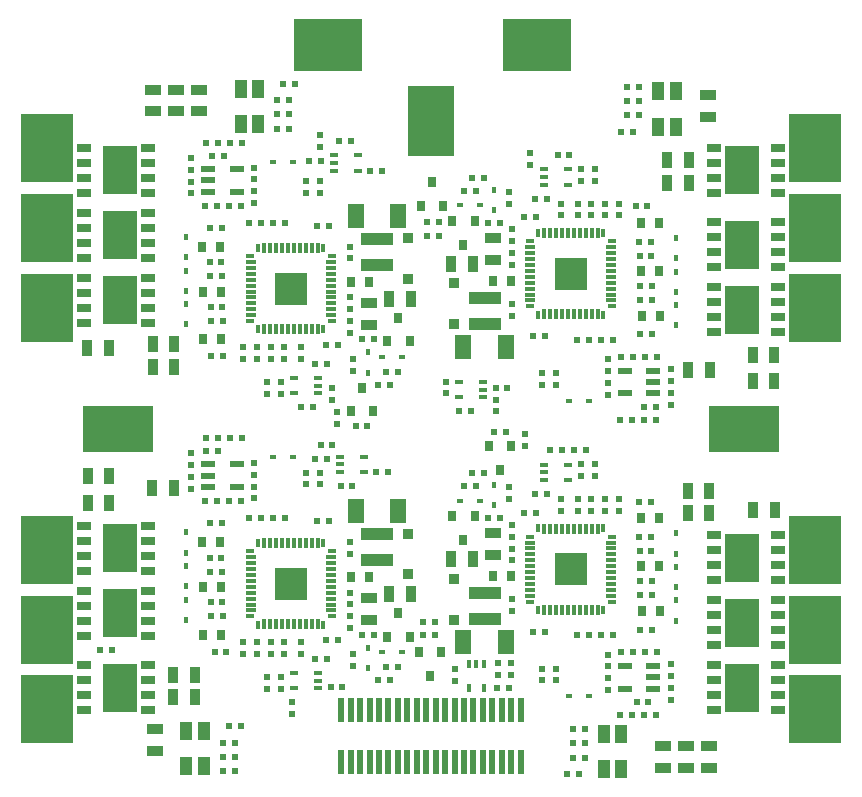
<source format=gtp>
G04*
G04 #@! TF.GenerationSoftware,Altium Limited,Altium Designer,19.1.7 (138)*
G04*
G04 Layer_Color=8421504*
%FSLAX44Y44*%
%MOMM*%
G71*
G01*
G75*
%ADD17R,2.8876X4.0894*%
%ADD18R,0.5000X0.6000*%
%ADD19R,2.8000X2.8000*%
%ADD20R,0.3000X0.8000*%
%ADD21R,0.3000X0.8500*%
%ADD22R,0.8000X0.3000*%
%ADD23R,0.8500X0.3000*%
%ADD24R,0.6000X0.5000*%
%ADD25R,0.6477X0.3000*%
%ADD26R,0.3000X0.6477*%
%ADD27R,0.5000X2.0000*%
%ADD28R,0.4008X0.6048*%
%ADD29R,4.5000X5.7500*%
%ADD30R,5.7500X4.5000*%
%ADD31R,1.2000X0.5588*%
%ADD32R,0.6048X0.4008*%
%ADD33R,6.0000X4.0000*%
%ADD34R,4.0000X6.0000*%
%ADD35R,0.8000X0.9000*%
%ADD36R,1.1500X0.6500*%
%ADD37R,2.6924X0.9906*%
%ADD38R,1.1000X1.5000*%
%ADD39R,0.9500X0.9000*%
%ADD40R,0.8000X0.9500*%
%ADD41R,1.4000X2.0000*%
%ADD42R,1.4000X0.9500*%
%ADD43R,0.9500X1.4000*%
D17*
X-263476Y-101000D02*
D03*
X263222Y-218999D02*
D03*
X263224Y100999D02*
D03*
X-263476Y219001D02*
D03*
X-263476Y-219001D02*
D03*
X263222Y-109001D02*
D03*
X263221Y218999D02*
D03*
X-263476Y108997D02*
D03*
X-263476Y-155998D02*
D03*
X263222Y-164000D02*
D03*
X263223Y155998D02*
D03*
X-263476Y164000D02*
D03*
D18*
X-270000Y-187500D02*
D03*
X-280000D02*
D03*
X-36322Y-36576D02*
D03*
X-46322D02*
D03*
X-93500Y-14000D02*
D03*
X-83500D02*
D03*
X-77500Y243750D02*
D03*
X-67500D02*
D03*
X33750Y15000D02*
D03*
X23750D02*
D03*
X66294Y-219202D02*
D03*
X56294D02*
D03*
X-76454Y-48006D02*
D03*
X-66454D02*
D03*
X-93250Y227000D02*
D03*
X-103250D02*
D03*
X54750Y35000D02*
D03*
X64750D02*
D03*
X-87790Y-25146D02*
D03*
X-97790D02*
D03*
X-41750Y218500D02*
D03*
X-51750D02*
D03*
X-100000Y18500D02*
D03*
X-110000D02*
D03*
X131238Y-18034D02*
D03*
X121238D02*
D03*
X107250Y231499D02*
D03*
X117250D02*
D03*
X-160250Y242250D02*
D03*
X-170250D02*
D03*
X-171002Y-251574D02*
D03*
X-161002D02*
D03*
X125000Y-292346D02*
D03*
X115000D02*
D03*
X171002Y251573D02*
D03*
X161002D02*
D03*
X-125000Y292346D02*
D03*
X-115000D02*
D03*
X-190252Y-7836D02*
D03*
X-180252D02*
D03*
X-170250Y-7750D02*
D03*
X-160250D02*
D03*
X170250Y7749D02*
D03*
X160250D02*
D03*
X190252Y7835D02*
D03*
X180252D02*
D03*
X190252Y18824D02*
D03*
X180252D02*
D03*
X160752Y61095D02*
D03*
X170752D02*
D03*
X181502D02*
D03*
X191502D02*
D03*
X170250Y-242250D02*
D03*
X160250D02*
D03*
X190252Y-242164D02*
D03*
X180252D02*
D03*
X184156Y-231175D02*
D03*
X174156D02*
D03*
X160752Y-188904D02*
D03*
X170752D02*
D03*
X181502D02*
D03*
X191502D02*
D03*
X-190252Y-18825D02*
D03*
X-180252D02*
D03*
X-160752Y-61096D02*
D03*
X-170752D02*
D03*
X-181502D02*
D03*
X-191502D02*
D03*
X-190252Y242164D02*
D03*
X-180252D02*
D03*
X-181502Y188904D02*
D03*
X-191502D02*
D03*
X-160752D02*
D03*
X-170752D02*
D03*
X-185252Y231175D02*
D03*
X-175252D02*
D03*
X-123970Y-75498D02*
D03*
X-133970D02*
D03*
X123970Y-174502D02*
D03*
X133970D02*
D03*
X123971Y75497D02*
D03*
X133971D02*
D03*
X-123970Y174502D02*
D03*
X-133970D02*
D03*
X-87976Y-194872D02*
D03*
X-97976D02*
D03*
X87976Y-55128D02*
D03*
X97976D02*
D03*
X87976Y194871D02*
D03*
X97976D02*
D03*
X-87976Y55128D02*
D03*
X-97976D02*
D03*
X-176250Y-289824D02*
D03*
X-166250D02*
D03*
X130248Y-254096D02*
D03*
X120248D02*
D03*
X176250Y289823D02*
D03*
X166250D02*
D03*
X-130248Y254097D02*
D03*
X-120248D02*
D03*
X-176250Y-277699D02*
D03*
X-166250D02*
D03*
X130248Y-266221D02*
D03*
X120248D02*
D03*
X176250Y277698D02*
D03*
X166250D02*
D03*
X-130248Y266222D02*
D03*
X-120248D02*
D03*
X-84930Y-218440D02*
D03*
X-74930D02*
D03*
X100858Y-17920D02*
D03*
X110858D02*
D03*
X-176250Y-265574D02*
D03*
X-166250D02*
D03*
X130248Y-278346D02*
D03*
X120248D02*
D03*
X176250Y265573D02*
D03*
X166250D02*
D03*
X-130248Y278346D02*
D03*
X-120248D02*
D03*
X-143769Y-75498D02*
D03*
X-153769D02*
D03*
X143769Y-174502D02*
D03*
X153769D02*
D03*
X143770Y75497D02*
D03*
X153770D02*
D03*
X-143769Y174502D02*
D03*
X-153769D02*
D03*
X3436Y-163322D02*
D03*
X-6564D02*
D03*
X63750Y-2500D02*
D03*
X53750D02*
D03*
X-3436Y163321D02*
D03*
X6564D02*
D03*
X-63750Y2500D02*
D03*
X-53750D02*
D03*
X-177357Y-108939D02*
D03*
X-187357D02*
D03*
X177357Y-141061D02*
D03*
X187357D02*
D03*
X177357Y108938D02*
D03*
X187357D02*
D03*
X-177357Y141061D02*
D03*
X-187357D02*
D03*
X-176599Y-146562D02*
D03*
X-186599D02*
D03*
X176599Y-103438D02*
D03*
X186599D02*
D03*
X176600Y146561D02*
D03*
X186600D02*
D03*
X-176599Y103438D02*
D03*
X-186599D02*
D03*
X-173228Y-188722D02*
D03*
X-183228D02*
D03*
X176119Y-61895D02*
D03*
X186119D02*
D03*
X173228Y188721D02*
D03*
X183228D02*
D03*
X-176119Y61895D02*
D03*
X-186119D02*
D03*
X3516Y-174752D02*
D03*
X-6484D02*
D03*
X-3516Y174751D02*
D03*
X6484D02*
D03*
X-177252Y-80096D02*
D03*
X-187252D02*
D03*
X177252Y-169904D02*
D03*
X187252D02*
D03*
X177252Y80096D02*
D03*
X187252D02*
D03*
X-177252Y169904D02*
D03*
X-187252D02*
D03*
X-177180Y-120783D02*
D03*
X-187180D02*
D03*
X177180Y-129217D02*
D03*
X187180D02*
D03*
X177180Y120782D02*
D03*
X187180D02*
D03*
X-177180Y129217D02*
D03*
X-187180D02*
D03*
X-176473Y-158406D02*
D03*
X-186473D02*
D03*
X176473Y-91594D02*
D03*
X186473D02*
D03*
X176473Y158406D02*
D03*
X186473D02*
D03*
X-176473Y91594D02*
D03*
X-186473D02*
D03*
X-58250Y-174488D02*
D03*
X-48250D02*
D03*
X58250Y-75766D02*
D03*
X48250D02*
D03*
X58250Y174487D02*
D03*
X48250D02*
D03*
X-58250Y75766D02*
D03*
X-48250D02*
D03*
X-35000Y-212750D02*
D03*
X-45000D02*
D03*
X35000Y-37250D02*
D03*
X45000D02*
D03*
X35000Y212749D02*
D03*
X45000D02*
D03*
X-35000Y37250D02*
D03*
X-45000D02*
D03*
X-27884Y-201477D02*
D03*
X-37884D02*
D03*
X27884Y-48523D02*
D03*
X37884D02*
D03*
X27884Y201476D02*
D03*
X37884D02*
D03*
X-27884Y48523D02*
D03*
X-37884D02*
D03*
X-86252Y-78346D02*
D03*
X-96252D02*
D03*
X86252Y-171654D02*
D03*
X96252D02*
D03*
X86252Y78345D02*
D03*
X96252D02*
D03*
X-86252Y171654D02*
D03*
X-96252D02*
D03*
X-88752Y-179096D02*
D03*
X-78752D02*
D03*
X88752Y-70904D02*
D03*
X78752D02*
D03*
X88752Y179095D02*
D03*
X78752D02*
D03*
X-88752Y70904D02*
D03*
X-78752D02*
D03*
D19*
X-118523Y-131220D02*
D03*
X118523Y-118779D02*
D03*
X118523Y131220D02*
D03*
X-118523Y118780D02*
D03*
D20*
X-91023Y-165720D02*
D03*
X-146023D02*
D03*
Y-96720D02*
D03*
X-91023D02*
D03*
X91023Y-84279D02*
D03*
X146023D02*
D03*
Y-153280D02*
D03*
X91023D02*
D03*
X91023Y165720D02*
D03*
X146023D02*
D03*
Y96720D02*
D03*
X91023D02*
D03*
X-91023Y84280D02*
D03*
X-146023D02*
D03*
Y153280D02*
D03*
X-91023D02*
D03*
D21*
X-96023Y-165470D02*
D03*
X-101023D02*
D03*
X-106023D02*
D03*
X-111023D02*
D03*
X-116023D02*
D03*
X-121023D02*
D03*
X-126023D02*
D03*
X-131023D02*
D03*
X-136023D02*
D03*
X-141023D02*
D03*
Y-96970D02*
D03*
X-136023D02*
D03*
X-131023D02*
D03*
X-126023D02*
D03*
X-121023D02*
D03*
X-116023D02*
D03*
X-111023D02*
D03*
X-106023D02*
D03*
X-101023D02*
D03*
X-96023D02*
D03*
X96023Y-84529D02*
D03*
X101023D02*
D03*
X106023D02*
D03*
X111023D02*
D03*
X116023D02*
D03*
X121023D02*
D03*
X126023D02*
D03*
X131023D02*
D03*
X136023D02*
D03*
X141023D02*
D03*
Y-153029D02*
D03*
X136023D02*
D03*
X131023D02*
D03*
X126023D02*
D03*
X121023D02*
D03*
X116023D02*
D03*
X111023D02*
D03*
X106023D02*
D03*
X101023D02*
D03*
X96023D02*
D03*
X96023Y165470D02*
D03*
X101023D02*
D03*
X106023D02*
D03*
X111023D02*
D03*
X116023D02*
D03*
X121023D02*
D03*
X126023D02*
D03*
X131023D02*
D03*
X136023D02*
D03*
X141023D02*
D03*
Y96970D02*
D03*
X136023D02*
D03*
X131023D02*
D03*
X126023D02*
D03*
X121023D02*
D03*
X116023D02*
D03*
X111023D02*
D03*
X106023D02*
D03*
X101023D02*
D03*
X96023D02*
D03*
X-96023Y84530D02*
D03*
X-101023D02*
D03*
X-106023D02*
D03*
X-111023D02*
D03*
X-116023D02*
D03*
X-121023D02*
D03*
X-126023D02*
D03*
X-131023D02*
D03*
X-136023D02*
D03*
X-141023D02*
D03*
Y153030D02*
D03*
X-136023D02*
D03*
X-131023D02*
D03*
X-126023D02*
D03*
X-121023D02*
D03*
X-116023D02*
D03*
X-111023D02*
D03*
X-106023D02*
D03*
X-101023D02*
D03*
X-96023D02*
D03*
D22*
X-153023Y-158720D02*
D03*
Y-103720D02*
D03*
X-84023D02*
D03*
Y-158720D02*
D03*
X153023Y-91279D02*
D03*
Y-146279D02*
D03*
X84023D02*
D03*
Y-91279D02*
D03*
X153023Y158720D02*
D03*
Y103720D02*
D03*
X84023D02*
D03*
Y158720D02*
D03*
X-153023Y91280D02*
D03*
Y146280D02*
D03*
X-84023D02*
D03*
Y91280D02*
D03*
D23*
X-152773Y-153720D02*
D03*
Y-148720D02*
D03*
Y-143720D02*
D03*
Y-138720D02*
D03*
Y-133720D02*
D03*
Y-128720D02*
D03*
Y-123720D02*
D03*
Y-118720D02*
D03*
Y-113720D02*
D03*
Y-108720D02*
D03*
X-84273D02*
D03*
Y-113720D02*
D03*
Y-118720D02*
D03*
Y-123720D02*
D03*
Y-128720D02*
D03*
Y-133720D02*
D03*
Y-138720D02*
D03*
Y-143720D02*
D03*
Y-148720D02*
D03*
Y-153720D02*
D03*
X152773Y-96279D02*
D03*
Y-101280D02*
D03*
Y-106279D02*
D03*
Y-111279D02*
D03*
Y-116279D02*
D03*
Y-121279D02*
D03*
Y-126280D02*
D03*
Y-131279D02*
D03*
Y-136279D02*
D03*
Y-141279D02*
D03*
X84273D02*
D03*
Y-136279D02*
D03*
Y-131279D02*
D03*
Y-126280D02*
D03*
Y-121279D02*
D03*
Y-116279D02*
D03*
Y-111279D02*
D03*
Y-106279D02*
D03*
Y-101280D02*
D03*
Y-96279D02*
D03*
X152773Y153720D02*
D03*
Y148720D02*
D03*
Y143720D02*
D03*
Y138720D02*
D03*
Y133720D02*
D03*
Y128720D02*
D03*
Y123720D02*
D03*
Y118720D02*
D03*
Y113720D02*
D03*
Y108720D02*
D03*
X84273D02*
D03*
Y113720D02*
D03*
Y118720D02*
D03*
Y123720D02*
D03*
Y128720D02*
D03*
Y133720D02*
D03*
Y138720D02*
D03*
Y143720D02*
D03*
Y148720D02*
D03*
Y153720D02*
D03*
X-152773Y96280D02*
D03*
Y101280D02*
D03*
Y106280D02*
D03*
Y111280D02*
D03*
Y116280D02*
D03*
Y121280D02*
D03*
Y126280D02*
D03*
Y131280D02*
D03*
Y136280D02*
D03*
Y141280D02*
D03*
X-84273D02*
D03*
Y136280D02*
D03*
Y131280D02*
D03*
Y126280D02*
D03*
Y121280D02*
D03*
Y116280D02*
D03*
Y111280D02*
D03*
Y106280D02*
D03*
Y101280D02*
D03*
Y96280D02*
D03*
D24*
X-94000Y238500D02*
D03*
Y248500D02*
D03*
X55250Y24750D02*
D03*
Y14750D02*
D03*
X56896Y-198454D02*
D03*
Y-208454D02*
D03*
X68072Y-208534D02*
D03*
Y-198534D02*
D03*
X12500Y30000D02*
D03*
Y40000D02*
D03*
X20066Y-213200D02*
D03*
Y-203200D02*
D03*
X-117250Y-241500D02*
D03*
Y-231500D02*
D03*
X150002Y38845D02*
D03*
Y28845D02*
D03*
Y58846D02*
D03*
Y48845D02*
D03*
X203002Y20596D02*
D03*
Y30596D02*
D03*
Y40595D02*
D03*
Y50595D02*
D03*
X150002Y-211154D02*
D03*
Y-221154D02*
D03*
Y-191154D02*
D03*
Y-201154D02*
D03*
X203002Y-229404D02*
D03*
Y-219404D02*
D03*
Y-209404D02*
D03*
Y-199404D02*
D03*
X-150002Y-38846D02*
D03*
Y-28846D02*
D03*
Y-58846D02*
D03*
Y-48846D02*
D03*
X-203002Y-20596D02*
D03*
Y-30596D02*
D03*
Y-40596D02*
D03*
Y-50596D02*
D03*
Y209404D02*
D03*
Y199404D02*
D03*
X-150002Y191154D02*
D03*
Y201154D02*
D03*
X-203002Y229404D02*
D03*
Y219404D02*
D03*
X-150002Y211154D02*
D03*
Y221154D02*
D03*
X-68502Y-158846D02*
D03*
Y-168846D02*
D03*
X68502Y-91154D02*
D03*
Y-81154D02*
D03*
X68502Y158846D02*
D03*
Y168846D02*
D03*
X-68502Y91154D02*
D03*
Y81154D02*
D03*
X84074Y223172D02*
D03*
Y233172D02*
D03*
X-83750Y34750D02*
D03*
Y24750D02*
D03*
X-139132Y-220274D02*
D03*
Y-210274D02*
D03*
X139132Y-29726D02*
D03*
Y-39726D02*
D03*
X139132Y220273D02*
D03*
Y210273D02*
D03*
X-139132Y29726D02*
D03*
Y39726D02*
D03*
X-105500Y-47000D02*
D03*
Y-37000D02*
D03*
X105500Y-203000D02*
D03*
Y-213000D02*
D03*
X105500Y46999D02*
D03*
Y36999D02*
D03*
X-105500Y199500D02*
D03*
Y209500D02*
D03*
X-127194Y-220274D02*
D03*
Y-210274D02*
D03*
X127194Y-29726D02*
D03*
Y-39726D02*
D03*
X127194Y220273D02*
D03*
Y210273D02*
D03*
X-127194Y29726D02*
D03*
Y39726D02*
D03*
X-93750Y-37000D02*
D03*
Y-47000D02*
D03*
X93750Y-213000D02*
D03*
Y-203000D02*
D03*
X93750Y36999D02*
D03*
Y46999D02*
D03*
X-93750Y209500D02*
D03*
Y199500D02*
D03*
X-135751Y-190710D02*
D03*
Y-180710D02*
D03*
X135751Y-59290D02*
D03*
Y-69290D02*
D03*
X135751Y190709D02*
D03*
Y180709D02*
D03*
X-135751Y59290D02*
D03*
Y69290D02*
D03*
X-124233Y-190710D02*
D03*
Y-180710D02*
D03*
X124233Y-59290D02*
D03*
Y-69290D02*
D03*
X124233Y190709D02*
D03*
Y180709D02*
D03*
X-124233Y59290D02*
D03*
Y69290D02*
D03*
X-158786Y-190710D02*
D03*
Y-180710D02*
D03*
X158786Y-59290D02*
D03*
Y-69290D02*
D03*
X158786Y190709D02*
D03*
Y180709D02*
D03*
X-158786Y59290D02*
D03*
Y69290D02*
D03*
X-147268Y-190710D02*
D03*
Y-180710D02*
D03*
X147268Y-59290D02*
D03*
Y-69290D02*
D03*
X147269Y190709D02*
D03*
Y180709D02*
D03*
X-147268Y59290D02*
D03*
Y69290D02*
D03*
X-110175Y-190710D02*
D03*
Y-180710D02*
D03*
X110175Y-59290D02*
D03*
Y-69290D02*
D03*
X110176Y190709D02*
D03*
Y180709D02*
D03*
X-110175Y59290D02*
D03*
Y69290D02*
D03*
X79750Y-14250D02*
D03*
Y-4250D02*
D03*
X-79750Y14250D02*
D03*
Y4250D02*
D03*
X-68752Y-105596D02*
D03*
Y-95596D02*
D03*
X68752Y-144404D02*
D03*
Y-154404D02*
D03*
X68752Y105596D02*
D03*
Y95596D02*
D03*
X-68752Y144404D02*
D03*
Y154404D02*
D03*
X-68573Y-138673D02*
D03*
Y-148673D02*
D03*
X68573Y-111327D02*
D03*
Y-101327D02*
D03*
X68574Y138672D02*
D03*
Y148672D02*
D03*
X-68573Y111327D02*
D03*
Y101327D02*
D03*
X-65750Y-200750D02*
D03*
Y-190750D02*
D03*
X65750Y-49250D02*
D03*
Y-59250D02*
D03*
X65750Y200749D02*
D03*
Y190749D02*
D03*
X-65750Y49250D02*
D03*
Y59250D02*
D03*
D25*
X-82500Y231750D02*
D03*
Y225250D02*
D03*
Y218750D02*
D03*
X-62053D02*
D03*
Y231750D02*
D03*
X44474Y26750D02*
D03*
Y33250D02*
D03*
Y39750D02*
D03*
X24027D02*
D03*
Y26750D02*
D03*
X-77280Y-23472D02*
D03*
Y-29972D02*
D03*
Y-36472D02*
D03*
X-56832D02*
D03*
Y-23472D02*
D03*
X-95380Y-219784D02*
D03*
X-95380Y-213284D02*
D03*
X-95380Y-206784D02*
D03*
X-115827D02*
D03*
Y-219784D02*
D03*
X95380Y-30216D02*
D03*
X95380Y-36716D02*
D03*
X95380Y-43216D02*
D03*
X115827D02*
D03*
Y-30216D02*
D03*
X95381Y219783D02*
D03*
X95381Y213284D02*
D03*
X95381Y206784D02*
D03*
X115828D02*
D03*
Y219783D02*
D03*
X-95380Y30216D02*
D03*
X-95380Y36716D02*
D03*
X-95380Y43216D02*
D03*
X-115827D02*
D03*
Y30216D02*
D03*
D26*
X44854Y-198818D02*
D03*
X38354D02*
D03*
X31854D02*
D03*
Y-219265D02*
D03*
X44854D02*
D03*
D27*
X75999Y-282001D02*
D03*
X67999D02*
D03*
X59999D02*
D03*
X51999D02*
D03*
X43999D02*
D03*
X35999D02*
D03*
X27999D02*
D03*
X19999D02*
D03*
X11999D02*
D03*
X3999D02*
D03*
X-4001D02*
D03*
X-12001D02*
D03*
X-20001D02*
D03*
X-28001D02*
D03*
X-36001D02*
D03*
X-44001D02*
D03*
X-52001D02*
D03*
X-60001D02*
D03*
X-68001D02*
D03*
X-76001D02*
D03*
X75999Y-238001D02*
D03*
X67999D02*
D03*
X59999D02*
D03*
X51999D02*
D03*
X43999D02*
D03*
X35999D02*
D03*
X27999D02*
D03*
X19999D02*
D03*
X11999D02*
D03*
X3999D02*
D03*
X-4001D02*
D03*
X-12001D02*
D03*
X-20001D02*
D03*
X-28001D02*
D03*
X-36001D02*
D03*
X-44001D02*
D03*
X-52001D02*
D03*
X-60001D02*
D03*
X-68001D02*
D03*
X-76001D02*
D03*
D28*
X207250Y133148D02*
D03*
Y116100D02*
D03*
Y161523D02*
D03*
Y144475D02*
D03*
Y104773D02*
D03*
Y87725D02*
D03*
X-207250Y-116101D02*
D03*
Y-133149D02*
D03*
Y-144476D02*
D03*
Y-161524D02*
D03*
Y-87726D02*
D03*
Y-104774D02*
D03*
X207250Y-116851D02*
D03*
Y-133899D02*
D03*
Y-88476D02*
D03*
Y-105524D02*
D03*
Y-145226D02*
D03*
Y-162274D02*
D03*
X-207250Y116851D02*
D03*
Y133899D02*
D03*
Y145226D02*
D03*
Y162274D02*
D03*
Y88476D02*
D03*
Y105524D02*
D03*
X-53000Y-202282D02*
D03*
Y-185234D02*
D03*
X53000Y-47718D02*
D03*
Y-64766D02*
D03*
X53000Y202535D02*
D03*
Y185487D02*
D03*
X-53000Y47718D02*
D03*
Y64766D02*
D03*
D29*
X325000Y237499D02*
D03*
Y169999D02*
D03*
Y102499D02*
D03*
X-325000Y-237500D02*
D03*
Y-170000D02*
D03*
Y-102500D02*
D03*
X325000D02*
D03*
Y-170000D02*
D03*
Y-237500D02*
D03*
X-325000Y237500D02*
D03*
Y170000D02*
D03*
Y102500D02*
D03*
D30*
X90000Y325000D02*
D03*
X-87500D02*
D03*
D31*
X164487Y30074D02*
D03*
Y49074D02*
D03*
X188363D02*
D03*
Y39574D02*
D03*
Y30074D02*
D03*
X164487Y-219925D02*
D03*
Y-200925D02*
D03*
X188363D02*
D03*
Y-210425D02*
D03*
Y-219925D02*
D03*
X-164487Y-30075D02*
D03*
Y-49075D02*
D03*
X-188363D02*
D03*
Y-39575D02*
D03*
Y-30075D02*
D03*
X-164487Y219925D02*
D03*
Y200925D02*
D03*
X-188363D02*
D03*
Y210425D02*
D03*
Y219925D02*
D03*
D32*
X-116476Y-23750D02*
D03*
X-133524D02*
D03*
X116476Y-226250D02*
D03*
X133524D02*
D03*
X116476Y23749D02*
D03*
X133524D02*
D03*
X-116476Y226250D02*
D03*
X-133524D02*
D03*
X-24476Y-189250D02*
D03*
X-41524D02*
D03*
X24476Y-60750D02*
D03*
X41524D02*
D03*
X24476Y189249D02*
D03*
X41524D02*
D03*
X-24476Y60750D02*
D03*
X-41524D02*
D03*
D33*
X265000Y0D02*
D03*
X-265000D02*
D03*
D34*
X0Y260604D02*
D03*
D35*
X-1016Y-208882D02*
D03*
X-10516Y-188882D02*
D03*
X8484D02*
D03*
X58250Y-34750D02*
D03*
X48750Y-14750D02*
D03*
X67750D02*
D03*
X1016Y208881D02*
D03*
X10516Y188881D02*
D03*
X-8484D02*
D03*
X-58250Y34750D02*
D03*
X-48750Y14750D02*
D03*
X-67750D02*
D03*
X-27500Y-156000D02*
D03*
X-18000Y-176000D02*
D03*
X-37000D02*
D03*
X27500Y-94000D02*
D03*
X18000Y-74000D02*
D03*
X37000D02*
D03*
X27500Y155999D02*
D03*
X18000Y175999D02*
D03*
X37000D02*
D03*
X-27500Y94000D02*
D03*
X-18000Y74000D02*
D03*
X-37000D02*
D03*
D36*
X-239738Y-81950D02*
D03*
Y-94650D02*
D03*
Y-107350D02*
D03*
Y-120050D02*
D03*
X-293738Y-81950D02*
D03*
Y-94650D02*
D03*
Y-107350D02*
D03*
Y-120050D02*
D03*
X239484Y-238050D02*
D03*
Y-225350D02*
D03*
Y-212650D02*
D03*
Y-199950D02*
D03*
X293484Y-238050D02*
D03*
Y-225350D02*
D03*
Y-212650D02*
D03*
Y-199950D02*
D03*
X239484Y81949D02*
D03*
Y94649D02*
D03*
Y107349D02*
D03*
Y120049D02*
D03*
X293484Y81949D02*
D03*
Y94649D02*
D03*
Y107349D02*
D03*
Y120049D02*
D03*
X-239738Y238050D02*
D03*
Y225350D02*
D03*
Y212650D02*
D03*
Y199950D02*
D03*
X-293738Y238050D02*
D03*
Y225350D02*
D03*
Y212650D02*
D03*
Y199950D02*
D03*
X-239738Y-199950D02*
D03*
Y-212650D02*
D03*
Y-225350D02*
D03*
Y-238050D02*
D03*
X-293738Y-199950D02*
D03*
Y-212650D02*
D03*
Y-225350D02*
D03*
Y-238050D02*
D03*
X239484Y-128050D02*
D03*
Y-115350D02*
D03*
Y-102650D02*
D03*
Y-89950D02*
D03*
X293484Y-128050D02*
D03*
Y-115350D02*
D03*
Y-102650D02*
D03*
Y-89950D02*
D03*
X239484Y199949D02*
D03*
Y212649D02*
D03*
Y225349D02*
D03*
Y238049D02*
D03*
X293484Y199949D02*
D03*
Y212649D02*
D03*
Y225349D02*
D03*
Y238049D02*
D03*
X-239738Y128050D02*
D03*
Y115350D02*
D03*
Y102650D02*
D03*
Y89950D02*
D03*
X-293738Y128050D02*
D03*
Y115350D02*
D03*
Y102650D02*
D03*
Y89950D02*
D03*
X-239738Y-136950D02*
D03*
Y-149650D02*
D03*
Y-162350D02*
D03*
Y-175050D02*
D03*
X-293738Y-136950D02*
D03*
Y-149650D02*
D03*
Y-162350D02*
D03*
Y-175050D02*
D03*
X239484Y-183050D02*
D03*
Y-170350D02*
D03*
Y-157650D02*
D03*
Y-144950D02*
D03*
X293484Y-183050D02*
D03*
Y-170350D02*
D03*
Y-157650D02*
D03*
Y-144950D02*
D03*
X239484Y136949D02*
D03*
Y149649D02*
D03*
Y162349D02*
D03*
Y175049D02*
D03*
X293484Y136949D02*
D03*
Y149649D02*
D03*
Y162349D02*
D03*
Y175049D02*
D03*
X-239738Y183050D02*
D03*
Y170350D02*
D03*
Y157650D02*
D03*
Y144950D02*
D03*
X-293738Y183050D02*
D03*
Y170350D02*
D03*
Y157650D02*
D03*
Y144950D02*
D03*
D37*
X-45502Y-89174D02*
D03*
Y-111018D02*
D03*
X45502Y-160826D02*
D03*
Y-138982D02*
D03*
X45502Y89173D02*
D03*
Y111018D02*
D03*
X-45502Y160826D02*
D03*
Y138982D02*
D03*
D38*
X-207250Y-255824D02*
D03*
Y-285824D02*
D03*
X-192250Y-285824D02*
D03*
Y-255824D02*
D03*
X161248Y-288096D02*
D03*
Y-258096D02*
D03*
X146248Y-258096D02*
D03*
Y-288096D02*
D03*
X207250Y255823D02*
D03*
Y285823D02*
D03*
X192250Y285823D02*
D03*
Y255823D02*
D03*
X-161248Y288096D02*
D03*
Y258096D02*
D03*
X-146248Y258096D02*
D03*
Y288096D02*
D03*
D39*
X-19252Y-123096D02*
D03*
Y-88596D02*
D03*
X19252Y-126904D02*
D03*
Y-161404D02*
D03*
X19252Y123096D02*
D03*
Y88596D02*
D03*
X-19252Y126904D02*
D03*
Y161404D02*
D03*
D40*
X-194002Y-95595D02*
D03*
X-179002Y-95597D02*
D03*
X194002Y-154404D02*
D03*
X179002Y-154403D02*
D03*
X194002Y95595D02*
D03*
X179002Y95596D02*
D03*
X-194002Y154404D02*
D03*
X-179002Y154403D02*
D03*
X-193039Y-133834D02*
D03*
X-178039Y-133835D02*
D03*
X193039Y-116166D02*
D03*
X178039Y-116165D02*
D03*
X193039Y133833D02*
D03*
X178039Y133834D02*
D03*
X-193039Y116166D02*
D03*
X-178039Y116165D02*
D03*
X-52500Y-125576D02*
D03*
X-67500Y-125574D02*
D03*
X52500Y-124424D02*
D03*
X67500Y-124426D02*
D03*
X52500Y125575D02*
D03*
X67500Y125573D02*
D03*
X-52500Y124424D02*
D03*
X-67500Y124426D02*
D03*
X-192862Y-174315D02*
D03*
X-177862Y-174317D02*
D03*
X192862Y-75684D02*
D03*
X177862Y-75683D02*
D03*
X192862Y174315D02*
D03*
X177862Y174316D02*
D03*
X-192862Y75684D02*
D03*
X-177862Y75683D02*
D03*
D41*
X-27502Y-69346D02*
D03*
X-63502D02*
D03*
X27502Y-180654D02*
D03*
X63502D02*
D03*
X27502Y69345D02*
D03*
X63502D02*
D03*
X-27502Y180654D02*
D03*
X-63502D02*
D03*
D42*
X-52752Y-143346D02*
D03*
Y-161846D02*
D03*
X52752Y-106654D02*
D03*
Y-88154D02*
D03*
X52752Y143345D02*
D03*
Y161845D02*
D03*
X-52752Y106654D02*
D03*
Y88154D02*
D03*
X196500Y-268750D02*
D03*
Y-287250D02*
D03*
X-196750Y268750D02*
D03*
Y287250D02*
D03*
X215875Y-268750D02*
D03*
Y-287250D02*
D03*
X-216125Y268750D02*
D03*
Y287250D02*
D03*
X-233680Y-254148D02*
D03*
Y-272648D02*
D03*
X234696Y263800D02*
D03*
Y282300D02*
D03*
X235250Y-268750D02*
D03*
Y-287250D02*
D03*
X-235500Y268750D02*
D03*
Y287250D02*
D03*
D43*
X-35606Y-139878D02*
D03*
X-17106D02*
D03*
X35606Y-110122D02*
D03*
X17106D02*
D03*
X35606Y139878D02*
D03*
X17106D02*
D03*
X-35606Y110122D02*
D03*
X-17106D02*
D03*
X-218292Y-227330D02*
D03*
X-199792D02*
D03*
X235750Y-52250D02*
D03*
X217250D02*
D03*
X218292Y227329D02*
D03*
X199792D02*
D03*
X-235750Y52250D02*
D03*
X-217250D02*
D03*
X-236250Y-50250D02*
D03*
X-217750D02*
D03*
X236250Y50249D02*
D03*
X217750D02*
D03*
X-272250Y-40250D02*
D03*
X-290750D02*
D03*
X272250Y40749D02*
D03*
X290750D02*
D03*
X-218546Y-208026D02*
D03*
X-200046D02*
D03*
X235750Y-71500D02*
D03*
X217250D02*
D03*
X218546Y208025D02*
D03*
X200046D02*
D03*
X-235750Y71500D02*
D03*
X-217250D02*
D03*
X273000Y-68750D02*
D03*
X291500D02*
D03*
X-273000Y68750D02*
D03*
X-291500D02*
D03*
X-272250Y-62500D02*
D03*
X-290750D02*
D03*
X272250Y62499D02*
D03*
X290750D02*
D03*
M02*

</source>
